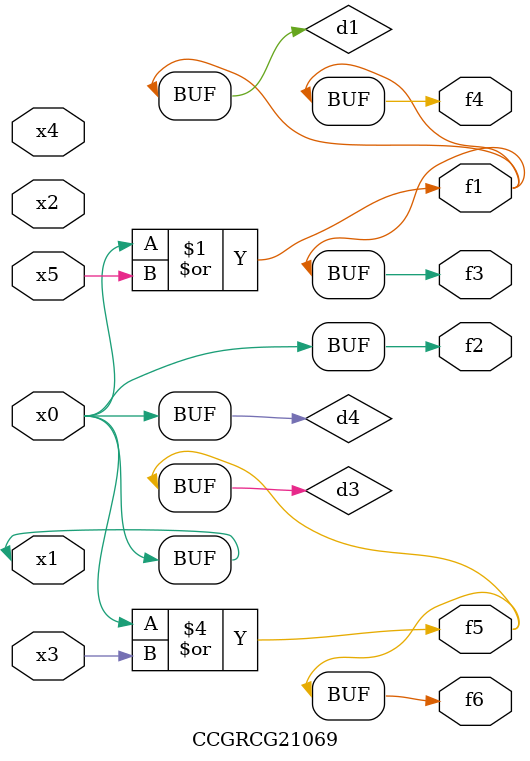
<source format=v>
module CCGRCG21069(
	input x0, x1, x2, x3, x4, x5,
	output f1, f2, f3, f4, f5, f6
);

	wire d1, d2, d3, d4;

	or (d1, x0, x5);
	xnor (d2, x1, x4);
	or (d3, x0, x3);
	buf (d4, x0, x1);
	assign f1 = d1;
	assign f2 = d4;
	assign f3 = d1;
	assign f4 = d1;
	assign f5 = d3;
	assign f6 = d3;
endmodule

</source>
